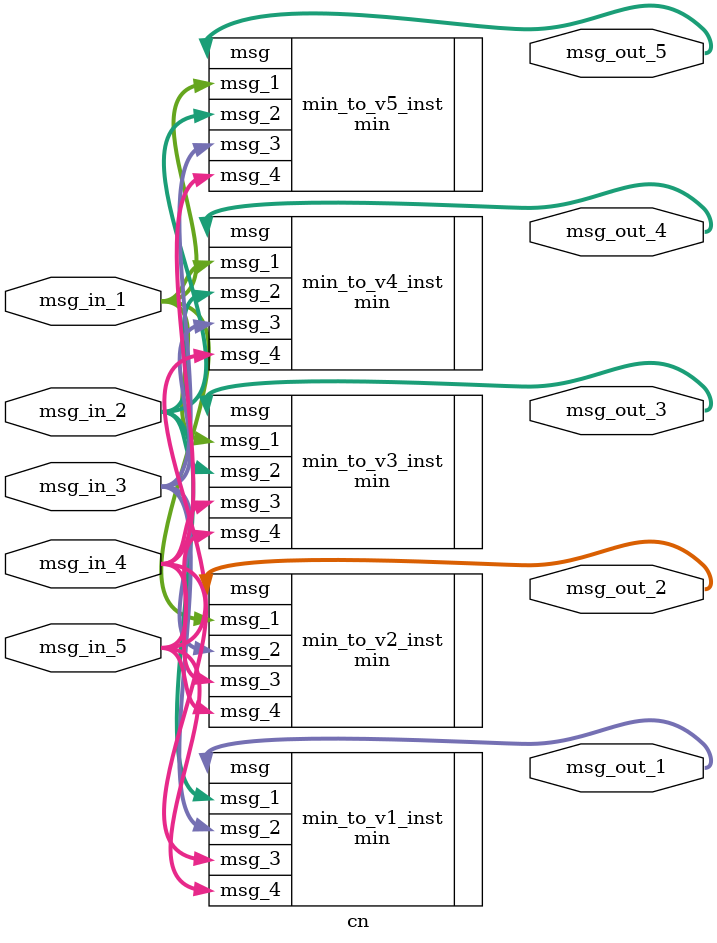
<source format=v>
module cn #(parameter INT = 8, parameter FRAC = 8)(
input [INT+FRAC-1:0] msg_in_1,
input [INT+FRAC-1:0] msg_in_2,
input [INT+FRAC-1:0] msg_in_3,
input [INT+FRAC-1:0] msg_in_4,
input [INT+FRAC-1:0] msg_in_5,
output [INT+FRAC-1:0] msg_out_1,
output [INT+FRAC-1:0] msg_out_2,
output [INT+FRAC-1:0] msg_out_3,
output [INT+FRAC-1:0] msg_out_4,
output [INT+FRAC-1:0] msg_out_5
);

min min_to_v1_inst ( 
	.msg_1 (msg_in_2),
	.msg_2 (msg_in_3),
	.msg_3 (msg_in_4),
	.msg_4 (msg_in_5),
	.msg (msg_out_1)
	);

min min_to_v2_inst ( 
	.msg_1 (msg_in_1),
	.msg_2 (msg_in_3),
	.msg_3 (msg_in_4),
	.msg_4 (msg_in_5),
	.msg (msg_out_2)
	);

min min_to_v3_inst ( 
	.msg_1 (msg_in_1),
	.msg_2 (msg_in_2),
	.msg_3 (msg_in_4),
	.msg_4 (msg_in_5),
	.msg (msg_out_3)
	);

min min_to_v4_inst ( 
	.msg_1 (msg_in_1),
	.msg_2 (msg_in_2),
	.msg_3 (msg_in_3),
	.msg_4 (msg_in_5),
	.msg (msg_out_4)
	);

min min_to_v5_inst ( 
	.msg_1 (msg_in_1),
	.msg_2 (msg_in_2),
	.msg_3 (msg_in_3),
	.msg_4 (msg_in_4),
	.msg (msg_out_5)
	);

endmodule

</source>
